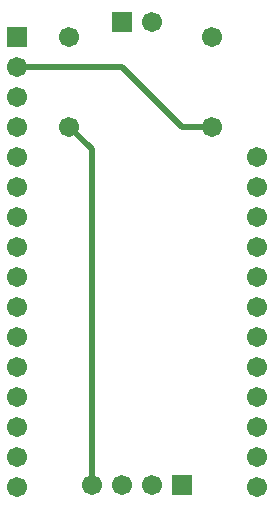
<source format=gbr>
%TF.GenerationSoftware,KiCad,Pcbnew,7.0.9*%
%TF.CreationDate,2023-12-25T10:03:32-05:00*%
%TF.ProjectId,pcb_ac_interface,7063625f-6163-45f6-996e-746572666163,rev?*%
%TF.SameCoordinates,Original*%
%TF.FileFunction,Copper,L1,Top*%
%TF.FilePolarity,Positive*%
%FSLAX46Y46*%
G04 Gerber Fmt 4.6, Leading zero omitted, Abs format (unit mm)*
G04 Created by KiCad (PCBNEW 7.0.9) date 2023-12-25 10:03:32*
%MOMM*%
%LPD*%
G01*
G04 APERTURE LIST*
%TA.AperFunction,ComponentPad*%
%ADD10R,1.701800X1.701800*%
%TD*%
%TA.AperFunction,ComponentPad*%
%ADD11C,1.701800*%
%TD*%
%TA.AperFunction,Conductor*%
%ADD12C,0.508000*%
%TD*%
G04 APERTURE END LIST*
D10*
%TO.P,A1,1,~{RESET}*%
%TO.N,unconnected-(A1-~{RESET}-Pad1)*%
X129540000Y-69850000D03*
D11*
%TO.P,A1,2,3V3*%
%TO.N,+3V3*%
X129540000Y-72390000D03*
%TO.P,A1,3,AREF*%
%TO.N,unconnected-(A1-AREF-Pad3)*%
X129540000Y-74930000D03*
%TO.P,A1,4,GND*%
%TO.N,GND*%
X129540000Y-77470000D03*
%TO.P,A1,5,A0*%
%TO.N,unconnected-(A1-A0-Pad5)*%
X129540000Y-80010000D03*
%TO.P,A1,6,A1*%
%TO.N,unconnected-(A1-A1-Pad6)*%
X129540000Y-82550000D03*
%TO.P,A1,7,A2*%
%TO.N,unconnected-(A1-A2-Pad7)*%
X129540000Y-85090000D03*
%TO.P,A1,8,A3*%
%TO.N,unconnected-(A1-A3-Pad8)*%
X129540000Y-87630000D03*
%TO.P,A1,9,A4*%
%TO.N,unconnected-(A1-A4-Pad9)*%
X129540000Y-90170000D03*
%TO.P,A1,10,A5*%
%TO.N,Net-(A1-A5)*%
X129540000Y-92710000D03*
%TO.P,A1,11,SCK*%
%TO.N,Net-(A1-SCK)*%
X129540000Y-95250000D03*
%TO.P,A1,12,MOSI*%
%TO.N,unconnected-(A1-MOSI-Pad12)*%
X129540000Y-97790000D03*
%TO.P,A1,13,MISO*%
%TO.N,unconnected-(A1-MISO-Pad13)*%
X129540000Y-100330000D03*
%TO.P,A1,14,RX*%
%TO.N,unconnected-(A1-RX-Pad14)*%
X129540000Y-102870000D03*
%TO.P,A1,15,TX*%
%TO.N,unconnected-(A1-TX-Pad15)*%
X129540000Y-105410000D03*
%TO.P,A1,16,SPARE*%
%TO.N,unconnected-(A1-SPARE-Pad16)*%
X129540000Y-107950000D03*
%TO.P,A1,17,SDA*%
%TO.N,unconnected-(A1-SDA-Pad17)*%
X149860000Y-107950000D03*
%TO.P,A1,18,SCL*%
%TO.N,unconnected-(A1-SCL-Pad18)*%
X149860000Y-105410000D03*
%TO.P,A1,19,D0*%
%TO.N,unconnected-(A1-D0-Pad19)*%
X149860000Y-102870000D03*
%TO.P,A1,20,D1*%
%TO.N,unconnected-(A1-D1-Pad20)*%
X149860000Y-100330000D03*
%TO.P,A1,21,D2*%
%TO.N,unconnected-(A1-D2-Pad21)*%
X149860000Y-97790000D03*
%TO.P,A1,22,D3*%
%TO.N,unconnected-(A1-D3-Pad22)*%
X149860000Y-95250000D03*
%TO.P,A1,23,D4*%
%TO.N,unconnected-(A1-D4-Pad23)*%
X149860000Y-92710000D03*
%TO.P,A1,24,D5*%
%TO.N,unconnected-(A1-D5-Pad24)*%
X149860000Y-90170000D03*
%TO.P,A1,25,D6*%
%TO.N,unconnected-(A1-D6-Pad25)*%
X149860000Y-87630000D03*
%TO.P,A1,26,USB*%
%TO.N,unconnected-(A1-USB-Pad26)*%
X149860000Y-85090000D03*
%TO.P,A1,27,EN*%
%TO.N,unconnected-(A1-EN-Pad27)*%
X149860000Y-82550000D03*
%TO.P,A1,28,VBAT*%
%TO.N,unconnected-(A1-VBAT-Pad28)*%
X149860000Y-80010000D03*
%TD*%
D10*
%TO.P,U1,1,VDD*%
%TO.N,+3V3*%
X143510000Y-107820000D03*
D11*
%TO.P,U1,2,SDA*%
%TO.N,Net-(A1-SCK)*%
X140970000Y-107820000D03*
%TO.P,U1,3,GND*%
%TO.N,GND*%
X138430000Y-107820000D03*
%TO.P,U1,4,GND*%
X135890000Y-107820000D03*
%TD*%
%TO.P,R2,2*%
%TO.N,Net-(A1-SCK)*%
X146050000Y-69850000D03*
%TO.P,R2,1*%
%TO.N,+3V3*%
X146050000Y-77470000D03*
%TD*%
%TO.P,R1,1*%
%TO.N,Net-(D1-K)*%
X133985000Y-69850000D03*
%TO.P,R1,2*%
%TO.N,GND*%
X133985000Y-77470000D03*
%TD*%
D10*
%TO.P,D1,1,K*%
%TO.N,Net-(D1-K)*%
X138425000Y-68580000D03*
D11*
%TO.P,D1,2,A*%
%TO.N,Net-(A1-A5)*%
X140965000Y-68580000D03*
%TD*%
D12*
%TO.N,GND*%
X135890000Y-107820000D02*
X135890000Y-79375000D01*
X135890000Y-79375000D02*
X133985000Y-77470000D01*
%TO.N,+3V3*%
X146050000Y-77470000D02*
X143510000Y-77470000D01*
X143510000Y-77470000D02*
X138430000Y-72390000D01*
X138430000Y-72390000D02*
X129540000Y-72390000D01*
%TD*%
M02*

</source>
